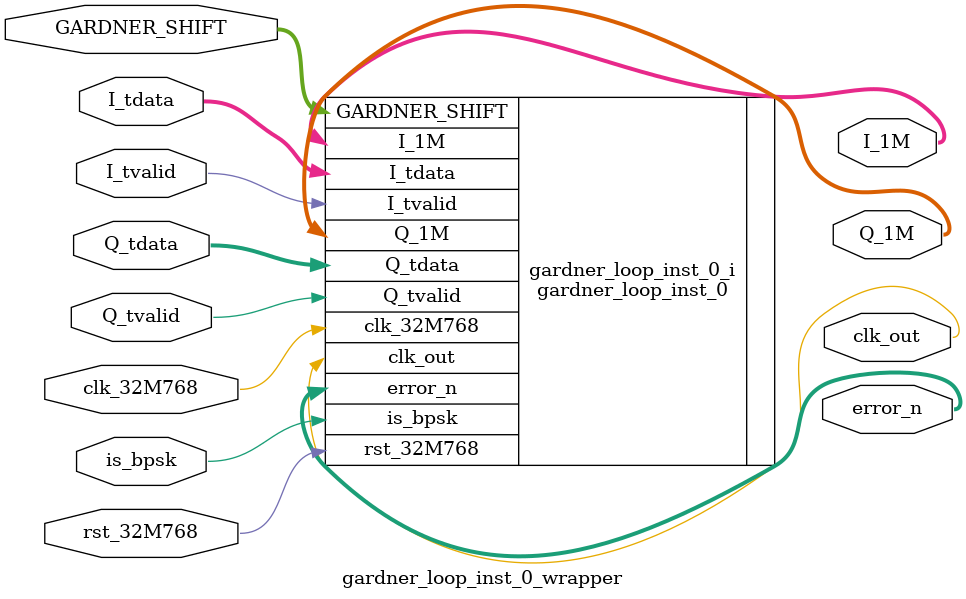
<source format=v>
`timescale 1 ps / 1 ps

module gardner_loop_inst_0_wrapper
   (GARDNER_SHIFT,
    I_1M,
    I_tdata,
    I_tvalid,
    Q_1M,
    Q_tdata,
    Q_tvalid,
    clk_32M768,
    clk_out,
    error_n,
    is_bpsk,
    rst_32M768);
  input [3:0]GARDNER_SHIFT;
  output [15:0]I_1M;
  input [15:0]I_tdata;
  input I_tvalid;
  output [15:0]Q_1M;
  input [15:0]Q_tdata;
  input Q_tvalid;
  input clk_32M768;
  output clk_out;
  output [15:0]error_n;
  input is_bpsk;
  input rst_32M768;

  wire [3:0]GARDNER_SHIFT;
  wire [15:0]I_1M;
  wire [15:0]I_tdata;
  wire I_tvalid;
  wire [15:0]Q_1M;
  wire [15:0]Q_tdata;
  wire Q_tvalid;
  wire clk_32M768;
  wire clk_out;
  wire [15:0]error_n;
  wire is_bpsk;
  wire rst_32M768;

  gardner_loop_inst_0 gardner_loop_inst_0_i
       (.GARDNER_SHIFT(GARDNER_SHIFT),
        .I_1M(I_1M),
        .I_tdata(I_tdata),
        .I_tvalid(I_tvalid),
        .Q_1M(Q_1M),
        .Q_tdata(Q_tdata),
        .Q_tvalid(Q_tvalid),
        .clk_32M768(clk_32M768),
        .clk_out(clk_out),
        .error_n(error_n),
        .is_bpsk(is_bpsk),
        .rst_32M768(rst_32M768));
endmodule

</source>
